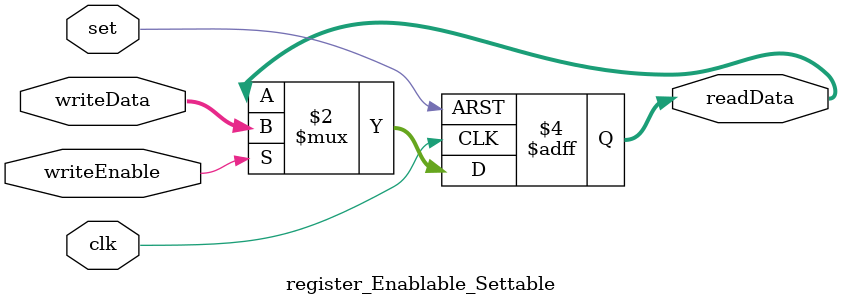
<source format=sv>
module register_Enablable_Settable 
       #(parameter width = 8) // parameter so i dont have to make 70 billion different register modules
        (input  logic             clk, set, writeEnable, // input clock, set, and enable signals
         input  logic [width-1:0] writeData, // input of register
         output logic [width-1:0] readData); // output of register
  always_ff @(posedge clk, posedge set)
    if(set)                 readData <= 1; // if set is high, register will hold value of 1
    else if(writeEnable)    readData <= writeData; // else if enable is high, then read in value at input of register
endmodule
</source>
